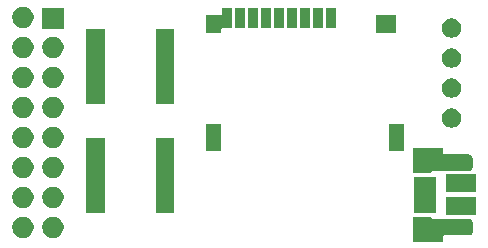
<source format=gbr>
G04 #@! TF.GenerationSoftware,KiCad,Pcbnew,5.1.5+dfsg1-2build2*
G04 #@! TF.CreationDate,2021-08-15T10:11:15+01:00*
G04 #@! TF.ProjectId,picopak,7069636f-7061-46b2-9e6b-696361645f70,rev?*
G04 #@! TF.SameCoordinates,Original*
G04 #@! TF.FileFunction,Soldermask,Top*
G04 #@! TF.FilePolarity,Negative*
%FSLAX46Y46*%
G04 Gerber Fmt 4.6, Leading zero omitted, Abs format (unit mm)*
G04 Created by KiCad (PCBNEW 5.1.5+dfsg1-2build2) date 2021-08-15 10:11:15*
%MOMM*%
%LPD*%
G04 APERTURE LIST*
%ADD10C,0.100000*%
G04 APERTURE END LIST*
D10*
G36*
X205101000Y-87549001D02*
G01*
X205103402Y-87573387D01*
X205110515Y-87596836D01*
X205122066Y-87618447D01*
X205137611Y-87637389D01*
X205156553Y-87652934D01*
X205178164Y-87664485D01*
X205201613Y-87671598D01*
X205225999Y-87674000D01*
X208230868Y-87674000D01*
X208307899Y-87681587D01*
X208376071Y-87702266D01*
X208438896Y-87735847D01*
X208493962Y-87781038D01*
X208539153Y-87836104D01*
X208572734Y-87898929D01*
X208593413Y-87967101D01*
X208601000Y-88044132D01*
X208601000Y-88705868D01*
X208593413Y-88782899D01*
X208572734Y-88851071D01*
X208539153Y-88913896D01*
X208493962Y-88968962D01*
X208438896Y-89014153D01*
X208376071Y-89047734D01*
X208307899Y-89068413D01*
X208230868Y-89076000D01*
X206175999Y-89076000D01*
X206151613Y-89078402D01*
X206128164Y-89085515D01*
X206106553Y-89097066D01*
X206087611Y-89112611D01*
X206072066Y-89131553D01*
X206060515Y-89153164D01*
X206053402Y-89176613D01*
X206051000Y-89200999D01*
X206051000Y-89601000D01*
X203539000Y-89601000D01*
X203539000Y-87499000D01*
X205101000Y-87499000D01*
X205101000Y-87549001D01*
G37*
G36*
X173163512Y-87503927D02*
G01*
X173312812Y-87533624D01*
X173476784Y-87601544D01*
X173624354Y-87700147D01*
X173749853Y-87825646D01*
X173848456Y-87973216D01*
X173916376Y-88137188D01*
X173951000Y-88311259D01*
X173951000Y-88488741D01*
X173916376Y-88662812D01*
X173848456Y-88826784D01*
X173749853Y-88974354D01*
X173624354Y-89099853D01*
X173476784Y-89198456D01*
X173312812Y-89266376D01*
X173163512Y-89296073D01*
X173138742Y-89301000D01*
X172961258Y-89301000D01*
X172936488Y-89296073D01*
X172787188Y-89266376D01*
X172623216Y-89198456D01*
X172475646Y-89099853D01*
X172350147Y-88974354D01*
X172251544Y-88826784D01*
X172183624Y-88662812D01*
X172149000Y-88488741D01*
X172149000Y-88311259D01*
X172183624Y-88137188D01*
X172251544Y-87973216D01*
X172350147Y-87825646D01*
X172475646Y-87700147D01*
X172623216Y-87601544D01*
X172787188Y-87533624D01*
X172936488Y-87503927D01*
X172961258Y-87499000D01*
X173138742Y-87499000D01*
X173163512Y-87503927D01*
G37*
G36*
X170623512Y-87503927D02*
G01*
X170772812Y-87533624D01*
X170936784Y-87601544D01*
X171084354Y-87700147D01*
X171209853Y-87825646D01*
X171308456Y-87973216D01*
X171376376Y-88137188D01*
X171411000Y-88311259D01*
X171411000Y-88488741D01*
X171376376Y-88662812D01*
X171308456Y-88826784D01*
X171209853Y-88974354D01*
X171084354Y-89099853D01*
X170936784Y-89198456D01*
X170772812Y-89266376D01*
X170623512Y-89296073D01*
X170598742Y-89301000D01*
X170421258Y-89301000D01*
X170396488Y-89296073D01*
X170247188Y-89266376D01*
X170083216Y-89198456D01*
X169935646Y-89099853D01*
X169810147Y-88974354D01*
X169711544Y-88826784D01*
X169643624Y-88662812D01*
X169609000Y-88488741D01*
X169609000Y-88311259D01*
X169643624Y-88137188D01*
X169711544Y-87973216D01*
X169810147Y-87825646D01*
X169935646Y-87700147D01*
X170083216Y-87601544D01*
X170247188Y-87533624D01*
X170396488Y-87503927D01*
X170421258Y-87499000D01*
X170598742Y-87499000D01*
X170623512Y-87503927D01*
G37*
G36*
X208901000Y-87376000D02*
G01*
X206299000Y-87376000D01*
X206299000Y-85849000D01*
X208901000Y-85849000D01*
X208901000Y-87376000D01*
G37*
G36*
X177426000Y-87201000D02*
G01*
X175874000Y-87201000D01*
X175874000Y-80799000D01*
X177426000Y-80799000D01*
X177426000Y-87201000D01*
G37*
G36*
X183326000Y-87201000D02*
G01*
X181774000Y-87201000D01*
X181774000Y-80799000D01*
X183326000Y-80799000D01*
X183326000Y-87201000D01*
G37*
G36*
X205451000Y-87201000D02*
G01*
X203599000Y-87201000D01*
X203599000Y-84099000D01*
X205451000Y-84099000D01*
X205451000Y-87201000D01*
G37*
G36*
X173163512Y-84963927D02*
G01*
X173312812Y-84993624D01*
X173476784Y-85061544D01*
X173624354Y-85160147D01*
X173749853Y-85285646D01*
X173848456Y-85433216D01*
X173916376Y-85597188D01*
X173951000Y-85771259D01*
X173951000Y-85948741D01*
X173916376Y-86122812D01*
X173848456Y-86286784D01*
X173749853Y-86434354D01*
X173624354Y-86559853D01*
X173476784Y-86658456D01*
X173312812Y-86726376D01*
X173163512Y-86756073D01*
X173138742Y-86761000D01*
X172961258Y-86761000D01*
X172936488Y-86756073D01*
X172787188Y-86726376D01*
X172623216Y-86658456D01*
X172475646Y-86559853D01*
X172350147Y-86434354D01*
X172251544Y-86286784D01*
X172183624Y-86122812D01*
X172149000Y-85948741D01*
X172149000Y-85771259D01*
X172183624Y-85597188D01*
X172251544Y-85433216D01*
X172350147Y-85285646D01*
X172475646Y-85160147D01*
X172623216Y-85061544D01*
X172787188Y-84993624D01*
X172936488Y-84963927D01*
X172961258Y-84959000D01*
X173138742Y-84959000D01*
X173163512Y-84963927D01*
G37*
G36*
X170623512Y-84963927D02*
G01*
X170772812Y-84993624D01*
X170936784Y-85061544D01*
X171084354Y-85160147D01*
X171209853Y-85285646D01*
X171308456Y-85433216D01*
X171376376Y-85597188D01*
X171411000Y-85771259D01*
X171411000Y-85948741D01*
X171376376Y-86122812D01*
X171308456Y-86286784D01*
X171209853Y-86434354D01*
X171084354Y-86559853D01*
X170936784Y-86658456D01*
X170772812Y-86726376D01*
X170623512Y-86756073D01*
X170598742Y-86761000D01*
X170421258Y-86761000D01*
X170396488Y-86756073D01*
X170247188Y-86726376D01*
X170083216Y-86658456D01*
X169935646Y-86559853D01*
X169810147Y-86434354D01*
X169711544Y-86286784D01*
X169643624Y-86122812D01*
X169609000Y-85948741D01*
X169609000Y-85771259D01*
X169643624Y-85597188D01*
X169711544Y-85433216D01*
X169810147Y-85285646D01*
X169935646Y-85160147D01*
X170083216Y-85061544D01*
X170247188Y-84993624D01*
X170396488Y-84963927D01*
X170421258Y-84959000D01*
X170598742Y-84959000D01*
X170623512Y-84963927D01*
G37*
G36*
X208901000Y-85451000D02*
G01*
X206299000Y-85451000D01*
X206299000Y-83924000D01*
X208901000Y-83924000D01*
X208901000Y-85451000D01*
G37*
G36*
X170623512Y-82423927D02*
G01*
X170772812Y-82453624D01*
X170936784Y-82521544D01*
X171084354Y-82620147D01*
X171209853Y-82745646D01*
X171308456Y-82893216D01*
X171376376Y-83057188D01*
X171411000Y-83231259D01*
X171411000Y-83408741D01*
X171376376Y-83582812D01*
X171308456Y-83746784D01*
X171209853Y-83894354D01*
X171084354Y-84019853D01*
X170936784Y-84118456D01*
X170772812Y-84186376D01*
X170623512Y-84216073D01*
X170598742Y-84221000D01*
X170421258Y-84221000D01*
X170396488Y-84216073D01*
X170247188Y-84186376D01*
X170083216Y-84118456D01*
X169935646Y-84019853D01*
X169810147Y-83894354D01*
X169711544Y-83746784D01*
X169643624Y-83582812D01*
X169609000Y-83408741D01*
X169609000Y-83231259D01*
X169643624Y-83057188D01*
X169711544Y-82893216D01*
X169810147Y-82745646D01*
X169935646Y-82620147D01*
X170083216Y-82521544D01*
X170247188Y-82453624D01*
X170396488Y-82423927D01*
X170421258Y-82419000D01*
X170598742Y-82419000D01*
X170623512Y-82423927D01*
G37*
G36*
X173163512Y-82423927D02*
G01*
X173312812Y-82453624D01*
X173476784Y-82521544D01*
X173624354Y-82620147D01*
X173749853Y-82745646D01*
X173848456Y-82893216D01*
X173916376Y-83057188D01*
X173951000Y-83231259D01*
X173951000Y-83408741D01*
X173916376Y-83582812D01*
X173848456Y-83746784D01*
X173749853Y-83894354D01*
X173624354Y-84019853D01*
X173476784Y-84118456D01*
X173312812Y-84186376D01*
X173163512Y-84216073D01*
X173138742Y-84221000D01*
X172961258Y-84221000D01*
X172936488Y-84216073D01*
X172787188Y-84186376D01*
X172623216Y-84118456D01*
X172475646Y-84019853D01*
X172350147Y-83894354D01*
X172251544Y-83746784D01*
X172183624Y-83582812D01*
X172149000Y-83408741D01*
X172149000Y-83231259D01*
X172183624Y-83057188D01*
X172251544Y-82893216D01*
X172350147Y-82745646D01*
X172475646Y-82620147D01*
X172623216Y-82521544D01*
X172787188Y-82453624D01*
X172936488Y-82423927D01*
X172961258Y-82419000D01*
X173138742Y-82419000D01*
X173163512Y-82423927D01*
G37*
G36*
X206051000Y-82099001D02*
G01*
X206053402Y-82123387D01*
X206060515Y-82146836D01*
X206072066Y-82168447D01*
X206087611Y-82187389D01*
X206106553Y-82202934D01*
X206128164Y-82214485D01*
X206151613Y-82221598D01*
X206175999Y-82224000D01*
X208230868Y-82224000D01*
X208307899Y-82231587D01*
X208376071Y-82252266D01*
X208438896Y-82285847D01*
X208493962Y-82331038D01*
X208539153Y-82386104D01*
X208572734Y-82448929D01*
X208593413Y-82517101D01*
X208601000Y-82594132D01*
X208601000Y-83255868D01*
X208593413Y-83332899D01*
X208572734Y-83401071D01*
X208539153Y-83463896D01*
X208493962Y-83518962D01*
X208438896Y-83564153D01*
X208376071Y-83597734D01*
X208307899Y-83618413D01*
X208230868Y-83626000D01*
X205225999Y-83626000D01*
X205201613Y-83628402D01*
X205178164Y-83635515D01*
X205156553Y-83647066D01*
X205137611Y-83662611D01*
X205122066Y-83681553D01*
X205110515Y-83703164D01*
X205103402Y-83726613D01*
X205101000Y-83750999D01*
X205101000Y-83801000D01*
X203539000Y-83801000D01*
X203539000Y-81699000D01*
X206051000Y-81699000D01*
X206051000Y-82099001D01*
G37*
G36*
X187301000Y-81951000D02*
G01*
X185999000Y-81951000D01*
X185999000Y-79649000D01*
X187301000Y-79649000D01*
X187301000Y-81951000D01*
G37*
G36*
X202801000Y-81951000D02*
G01*
X201499000Y-81951000D01*
X201499000Y-79649000D01*
X202801000Y-79649000D01*
X202801000Y-81951000D01*
G37*
G36*
X173163512Y-79883927D02*
G01*
X173312812Y-79913624D01*
X173476784Y-79981544D01*
X173624354Y-80080147D01*
X173749853Y-80205646D01*
X173848456Y-80353216D01*
X173916376Y-80517188D01*
X173951000Y-80691259D01*
X173951000Y-80868741D01*
X173916376Y-81042812D01*
X173848456Y-81206784D01*
X173749853Y-81354354D01*
X173624354Y-81479853D01*
X173476784Y-81578456D01*
X173312812Y-81646376D01*
X173163512Y-81676073D01*
X173138742Y-81681000D01*
X172961258Y-81681000D01*
X172936488Y-81676073D01*
X172787188Y-81646376D01*
X172623216Y-81578456D01*
X172475646Y-81479853D01*
X172350147Y-81354354D01*
X172251544Y-81206784D01*
X172183624Y-81042812D01*
X172149000Y-80868741D01*
X172149000Y-80691259D01*
X172183624Y-80517188D01*
X172251544Y-80353216D01*
X172350147Y-80205646D01*
X172475646Y-80080147D01*
X172623216Y-79981544D01*
X172787188Y-79913624D01*
X172936488Y-79883927D01*
X172961258Y-79879000D01*
X173138742Y-79879000D01*
X173163512Y-79883927D01*
G37*
G36*
X170623512Y-79883927D02*
G01*
X170772812Y-79913624D01*
X170936784Y-79981544D01*
X171084354Y-80080147D01*
X171209853Y-80205646D01*
X171308456Y-80353216D01*
X171376376Y-80517188D01*
X171411000Y-80691259D01*
X171411000Y-80868741D01*
X171376376Y-81042812D01*
X171308456Y-81206784D01*
X171209853Y-81354354D01*
X171084354Y-81479853D01*
X170936784Y-81578456D01*
X170772812Y-81646376D01*
X170623512Y-81676073D01*
X170598742Y-81681000D01*
X170421258Y-81681000D01*
X170396488Y-81676073D01*
X170247188Y-81646376D01*
X170083216Y-81578456D01*
X169935646Y-81479853D01*
X169810147Y-81354354D01*
X169711544Y-81206784D01*
X169643624Y-81042812D01*
X169609000Y-80868741D01*
X169609000Y-80691259D01*
X169643624Y-80517188D01*
X169711544Y-80353216D01*
X169810147Y-80205646D01*
X169935646Y-80080147D01*
X170083216Y-79981544D01*
X170247188Y-79913624D01*
X170396488Y-79883927D01*
X170421258Y-79879000D01*
X170598742Y-79879000D01*
X170623512Y-79883927D01*
G37*
G36*
X207037142Y-78363242D02*
G01*
X207185101Y-78424529D01*
X207318255Y-78513499D01*
X207431501Y-78626745D01*
X207520471Y-78759899D01*
X207581758Y-78907858D01*
X207613000Y-79064925D01*
X207613000Y-79225075D01*
X207581758Y-79382142D01*
X207520471Y-79530101D01*
X207431501Y-79663255D01*
X207318255Y-79776501D01*
X207185101Y-79865471D01*
X207037142Y-79926758D01*
X206880075Y-79958000D01*
X206719925Y-79958000D01*
X206562858Y-79926758D01*
X206414899Y-79865471D01*
X206281745Y-79776501D01*
X206168499Y-79663255D01*
X206079529Y-79530101D01*
X206018242Y-79382142D01*
X205987000Y-79225075D01*
X205987000Y-79064925D01*
X206018242Y-78907858D01*
X206079529Y-78759899D01*
X206168499Y-78626745D01*
X206281745Y-78513499D01*
X206414899Y-78424529D01*
X206562858Y-78363242D01*
X206719925Y-78332000D01*
X206880075Y-78332000D01*
X207037142Y-78363242D01*
G37*
G36*
X173163512Y-77343927D02*
G01*
X173312812Y-77373624D01*
X173476784Y-77441544D01*
X173624354Y-77540147D01*
X173749853Y-77665646D01*
X173848456Y-77813216D01*
X173916376Y-77977188D01*
X173951000Y-78151259D01*
X173951000Y-78328741D01*
X173916376Y-78502812D01*
X173848456Y-78666784D01*
X173749853Y-78814354D01*
X173624354Y-78939853D01*
X173476784Y-79038456D01*
X173312812Y-79106376D01*
X173163512Y-79136073D01*
X173138742Y-79141000D01*
X172961258Y-79141000D01*
X172936488Y-79136073D01*
X172787188Y-79106376D01*
X172623216Y-79038456D01*
X172475646Y-78939853D01*
X172350147Y-78814354D01*
X172251544Y-78666784D01*
X172183624Y-78502812D01*
X172149000Y-78328741D01*
X172149000Y-78151259D01*
X172183624Y-77977188D01*
X172251544Y-77813216D01*
X172350147Y-77665646D01*
X172475646Y-77540147D01*
X172623216Y-77441544D01*
X172787188Y-77373624D01*
X172936488Y-77343927D01*
X172961258Y-77339000D01*
X173138742Y-77339000D01*
X173163512Y-77343927D01*
G37*
G36*
X170623512Y-77343927D02*
G01*
X170772812Y-77373624D01*
X170936784Y-77441544D01*
X171084354Y-77540147D01*
X171209853Y-77665646D01*
X171308456Y-77813216D01*
X171376376Y-77977188D01*
X171411000Y-78151259D01*
X171411000Y-78328741D01*
X171376376Y-78502812D01*
X171308456Y-78666784D01*
X171209853Y-78814354D01*
X171084354Y-78939853D01*
X170936784Y-79038456D01*
X170772812Y-79106376D01*
X170623512Y-79136073D01*
X170598742Y-79141000D01*
X170421258Y-79141000D01*
X170396488Y-79136073D01*
X170247188Y-79106376D01*
X170083216Y-79038456D01*
X169935646Y-78939853D01*
X169810147Y-78814354D01*
X169711544Y-78666784D01*
X169643624Y-78502812D01*
X169609000Y-78328741D01*
X169609000Y-78151259D01*
X169643624Y-77977188D01*
X169711544Y-77813216D01*
X169810147Y-77665646D01*
X169935646Y-77540147D01*
X170083216Y-77441544D01*
X170247188Y-77373624D01*
X170396488Y-77343927D01*
X170421258Y-77339000D01*
X170598742Y-77339000D01*
X170623512Y-77343927D01*
G37*
G36*
X183326000Y-78001000D02*
G01*
X181774000Y-78001000D01*
X181774000Y-71599000D01*
X183326000Y-71599000D01*
X183326000Y-78001000D01*
G37*
G36*
X177426000Y-78001000D02*
G01*
X175874000Y-78001000D01*
X175874000Y-71599000D01*
X177426000Y-71599000D01*
X177426000Y-78001000D01*
G37*
G36*
X207037142Y-75823242D02*
G01*
X207185101Y-75884529D01*
X207318255Y-75973499D01*
X207431501Y-76086745D01*
X207520471Y-76219899D01*
X207581758Y-76367858D01*
X207613000Y-76524925D01*
X207613000Y-76685075D01*
X207581758Y-76842142D01*
X207520471Y-76990101D01*
X207431501Y-77123255D01*
X207318255Y-77236501D01*
X207185101Y-77325471D01*
X207037142Y-77386758D01*
X206880075Y-77418000D01*
X206719925Y-77418000D01*
X206562858Y-77386758D01*
X206414899Y-77325471D01*
X206281745Y-77236501D01*
X206168499Y-77123255D01*
X206079529Y-76990101D01*
X206018242Y-76842142D01*
X205987000Y-76685075D01*
X205987000Y-76524925D01*
X206018242Y-76367858D01*
X206079529Y-76219899D01*
X206168499Y-76086745D01*
X206281745Y-75973499D01*
X206414899Y-75884529D01*
X206562858Y-75823242D01*
X206719925Y-75792000D01*
X206880075Y-75792000D01*
X207037142Y-75823242D01*
G37*
G36*
X173163512Y-74803927D02*
G01*
X173312812Y-74833624D01*
X173476784Y-74901544D01*
X173624354Y-75000147D01*
X173749853Y-75125646D01*
X173848456Y-75273216D01*
X173916376Y-75437188D01*
X173951000Y-75611259D01*
X173951000Y-75788741D01*
X173916376Y-75962812D01*
X173848456Y-76126784D01*
X173749853Y-76274354D01*
X173624354Y-76399853D01*
X173476784Y-76498456D01*
X173312812Y-76566376D01*
X173163512Y-76596073D01*
X173138742Y-76601000D01*
X172961258Y-76601000D01*
X172936488Y-76596073D01*
X172787188Y-76566376D01*
X172623216Y-76498456D01*
X172475646Y-76399853D01*
X172350147Y-76274354D01*
X172251544Y-76126784D01*
X172183624Y-75962812D01*
X172149000Y-75788741D01*
X172149000Y-75611259D01*
X172183624Y-75437188D01*
X172251544Y-75273216D01*
X172350147Y-75125646D01*
X172475646Y-75000147D01*
X172623216Y-74901544D01*
X172787188Y-74833624D01*
X172936488Y-74803927D01*
X172961258Y-74799000D01*
X173138742Y-74799000D01*
X173163512Y-74803927D01*
G37*
G36*
X170623512Y-74803927D02*
G01*
X170772812Y-74833624D01*
X170936784Y-74901544D01*
X171084354Y-75000147D01*
X171209853Y-75125646D01*
X171308456Y-75273216D01*
X171376376Y-75437188D01*
X171411000Y-75611259D01*
X171411000Y-75788741D01*
X171376376Y-75962812D01*
X171308456Y-76126784D01*
X171209853Y-76274354D01*
X171084354Y-76399853D01*
X170936784Y-76498456D01*
X170772812Y-76566376D01*
X170623512Y-76596073D01*
X170598742Y-76601000D01*
X170421258Y-76601000D01*
X170396488Y-76596073D01*
X170247188Y-76566376D01*
X170083216Y-76498456D01*
X169935646Y-76399853D01*
X169810147Y-76274354D01*
X169711544Y-76126784D01*
X169643624Y-75962812D01*
X169609000Y-75788741D01*
X169609000Y-75611259D01*
X169643624Y-75437188D01*
X169711544Y-75273216D01*
X169810147Y-75125646D01*
X169935646Y-75000147D01*
X170083216Y-74901544D01*
X170247188Y-74833624D01*
X170396488Y-74803927D01*
X170421258Y-74799000D01*
X170598742Y-74799000D01*
X170623512Y-74803927D01*
G37*
G36*
X207037142Y-73283242D02*
G01*
X207185101Y-73344529D01*
X207318255Y-73433499D01*
X207431501Y-73546745D01*
X207520471Y-73679899D01*
X207581758Y-73827858D01*
X207613000Y-73984925D01*
X207613000Y-74145075D01*
X207581758Y-74302142D01*
X207520471Y-74450101D01*
X207431501Y-74583255D01*
X207318255Y-74696501D01*
X207185101Y-74785471D01*
X207037142Y-74846758D01*
X206880075Y-74878000D01*
X206719925Y-74878000D01*
X206562858Y-74846758D01*
X206414899Y-74785471D01*
X206281745Y-74696501D01*
X206168499Y-74583255D01*
X206079529Y-74450101D01*
X206018242Y-74302142D01*
X205987000Y-74145075D01*
X205987000Y-73984925D01*
X206018242Y-73827858D01*
X206079529Y-73679899D01*
X206168499Y-73546745D01*
X206281745Y-73433499D01*
X206414899Y-73344529D01*
X206562858Y-73283242D01*
X206719925Y-73252000D01*
X206880075Y-73252000D01*
X207037142Y-73283242D01*
G37*
G36*
X173163512Y-72263927D02*
G01*
X173312812Y-72293624D01*
X173476784Y-72361544D01*
X173624354Y-72460147D01*
X173749853Y-72585646D01*
X173848456Y-72733216D01*
X173916376Y-72897188D01*
X173951000Y-73071259D01*
X173951000Y-73248741D01*
X173916376Y-73422812D01*
X173848456Y-73586784D01*
X173749853Y-73734354D01*
X173624354Y-73859853D01*
X173476784Y-73958456D01*
X173312812Y-74026376D01*
X173163512Y-74056073D01*
X173138742Y-74061000D01*
X172961258Y-74061000D01*
X172936488Y-74056073D01*
X172787188Y-74026376D01*
X172623216Y-73958456D01*
X172475646Y-73859853D01*
X172350147Y-73734354D01*
X172251544Y-73586784D01*
X172183624Y-73422812D01*
X172149000Y-73248741D01*
X172149000Y-73071259D01*
X172183624Y-72897188D01*
X172251544Y-72733216D01*
X172350147Y-72585646D01*
X172475646Y-72460147D01*
X172623216Y-72361544D01*
X172787188Y-72293624D01*
X172936488Y-72263927D01*
X172961258Y-72259000D01*
X173138742Y-72259000D01*
X173163512Y-72263927D01*
G37*
G36*
X170623512Y-72263927D02*
G01*
X170772812Y-72293624D01*
X170936784Y-72361544D01*
X171084354Y-72460147D01*
X171209853Y-72585646D01*
X171308456Y-72733216D01*
X171376376Y-72897188D01*
X171411000Y-73071259D01*
X171411000Y-73248741D01*
X171376376Y-73422812D01*
X171308456Y-73586784D01*
X171209853Y-73734354D01*
X171084354Y-73859853D01*
X170936784Y-73958456D01*
X170772812Y-74026376D01*
X170623512Y-74056073D01*
X170598742Y-74061000D01*
X170421258Y-74061000D01*
X170396488Y-74056073D01*
X170247188Y-74026376D01*
X170083216Y-73958456D01*
X169935646Y-73859853D01*
X169810147Y-73734354D01*
X169711544Y-73586784D01*
X169643624Y-73422812D01*
X169609000Y-73248741D01*
X169609000Y-73071259D01*
X169643624Y-72897188D01*
X169711544Y-72733216D01*
X169810147Y-72585646D01*
X169935646Y-72460147D01*
X170083216Y-72361544D01*
X170247188Y-72293624D01*
X170396488Y-72263927D01*
X170421258Y-72259000D01*
X170598742Y-72259000D01*
X170623512Y-72263927D01*
G37*
G36*
X207037142Y-70743242D02*
G01*
X207185101Y-70804529D01*
X207318255Y-70893499D01*
X207431501Y-71006745D01*
X207520471Y-71139899D01*
X207581758Y-71287858D01*
X207613000Y-71444925D01*
X207613000Y-71605075D01*
X207581758Y-71762142D01*
X207520471Y-71910101D01*
X207431501Y-72043255D01*
X207318255Y-72156501D01*
X207185101Y-72245471D01*
X207037142Y-72306758D01*
X206880075Y-72338000D01*
X206719925Y-72338000D01*
X206562858Y-72306758D01*
X206414899Y-72245471D01*
X206281745Y-72156501D01*
X206168499Y-72043255D01*
X206079529Y-71910101D01*
X206018242Y-71762142D01*
X205987000Y-71605075D01*
X205987000Y-71444925D01*
X206018242Y-71287858D01*
X206079529Y-71139899D01*
X206168499Y-71006745D01*
X206281745Y-70893499D01*
X206414899Y-70804529D01*
X206562858Y-70743242D01*
X206719925Y-70712000D01*
X206880075Y-70712000D01*
X207037142Y-70743242D01*
G37*
G36*
X202101000Y-71951000D02*
G01*
X200399000Y-71951000D01*
X200399000Y-70449000D01*
X202101000Y-70449000D01*
X202101000Y-71951000D01*
G37*
G36*
X188201000Y-71551000D02*
G01*
X187425999Y-71551000D01*
X187401613Y-71553402D01*
X187378164Y-71560515D01*
X187356553Y-71572066D01*
X187337611Y-71587611D01*
X187322066Y-71606553D01*
X187310515Y-71628164D01*
X187303402Y-71651613D01*
X187301000Y-71675999D01*
X187301000Y-71951000D01*
X185999000Y-71951000D01*
X185999000Y-70449000D01*
X187274001Y-70449000D01*
X187298387Y-70446598D01*
X187321836Y-70439485D01*
X187343447Y-70427934D01*
X187362389Y-70412389D01*
X187377934Y-70393447D01*
X187389485Y-70371836D01*
X187396598Y-70348387D01*
X187399000Y-70324001D01*
X187399000Y-69849000D01*
X188201000Y-69849000D01*
X188201000Y-71551000D01*
G37*
G36*
X173951000Y-71601000D02*
G01*
X172149000Y-71601000D01*
X172149000Y-69799000D01*
X173951000Y-69799000D01*
X173951000Y-71601000D01*
G37*
G36*
X190401000Y-71551000D02*
G01*
X189599000Y-71551000D01*
X189599000Y-69849000D01*
X190401000Y-69849000D01*
X190401000Y-71551000D01*
G37*
G36*
X197001000Y-71551000D02*
G01*
X196199000Y-71551000D01*
X196199000Y-69849000D01*
X197001000Y-69849000D01*
X197001000Y-71551000D01*
G37*
G36*
X195901000Y-71551000D02*
G01*
X195099000Y-71551000D01*
X195099000Y-69849000D01*
X195901000Y-69849000D01*
X195901000Y-71551000D01*
G37*
G36*
X194801000Y-71551000D02*
G01*
X193999000Y-71551000D01*
X193999000Y-69849000D01*
X194801000Y-69849000D01*
X194801000Y-71551000D01*
G37*
G36*
X193701000Y-71551000D02*
G01*
X192899000Y-71551000D01*
X192899000Y-69849000D01*
X193701000Y-69849000D01*
X193701000Y-71551000D01*
G37*
G36*
X192601000Y-71551000D02*
G01*
X191799000Y-71551000D01*
X191799000Y-69849000D01*
X192601000Y-69849000D01*
X192601000Y-71551000D01*
G37*
G36*
X191501000Y-71551000D02*
G01*
X190699000Y-71551000D01*
X190699000Y-69849000D01*
X191501000Y-69849000D01*
X191501000Y-71551000D01*
G37*
G36*
X189301000Y-71551000D02*
G01*
X188499000Y-71551000D01*
X188499000Y-69849000D01*
X189301000Y-69849000D01*
X189301000Y-71551000D01*
G37*
G36*
X170623512Y-69723927D02*
G01*
X170772812Y-69753624D01*
X170936784Y-69821544D01*
X171084354Y-69920147D01*
X171209853Y-70045646D01*
X171308456Y-70193216D01*
X171376376Y-70357188D01*
X171411000Y-70531259D01*
X171411000Y-70708741D01*
X171376376Y-70882812D01*
X171308456Y-71046784D01*
X171209853Y-71194354D01*
X171084354Y-71319853D01*
X170936784Y-71418456D01*
X170772812Y-71486376D01*
X170623512Y-71516073D01*
X170598742Y-71521000D01*
X170421258Y-71521000D01*
X170396488Y-71516073D01*
X170247188Y-71486376D01*
X170083216Y-71418456D01*
X169935646Y-71319853D01*
X169810147Y-71194354D01*
X169711544Y-71046784D01*
X169643624Y-70882812D01*
X169609000Y-70708741D01*
X169609000Y-70531259D01*
X169643624Y-70357188D01*
X169711544Y-70193216D01*
X169810147Y-70045646D01*
X169935646Y-69920147D01*
X170083216Y-69821544D01*
X170247188Y-69753624D01*
X170396488Y-69723927D01*
X170421258Y-69719000D01*
X170598742Y-69719000D01*
X170623512Y-69723927D01*
G37*
M02*

</source>
